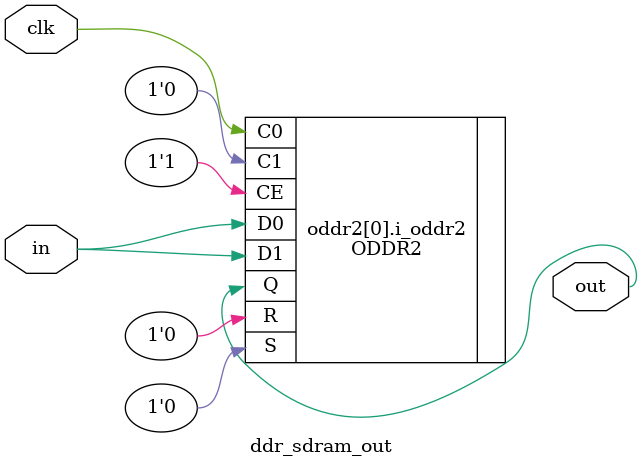
<source format=v>


`timescale 1ns / 1ps


module ddr_sdram_out
		(
			clk, in, out
		);
	
	parameter	WIDTH = 1;
	parameter	INIT  = 0;
		
	input							clk;
	
	input	[WIDTH-1:0]				in;
	output	[WIDTH-1:0]				out;
	
	generate
	genvar	i;
	for ( i = 0; i < WIDTH; i = i + 1 ) begin : oddr2
		ODDR2
				#(
					.DDR_ALIGNMENT		("NONE"),
					.INIT				(INIT),
					.SRTYPE				("SYNC")
				)
			i_oddr2
				(
					.Q					(out[i]),
					.C0					(clk),
					.C1					(1'b0),
					.CE					(1'b1),
					.D0					(in[i]),
					.D1					(in[i]),
					.R					(1'b0),
					.S					(1'b0)
				);
	end
	endgenerate
	
endmodule


</source>
